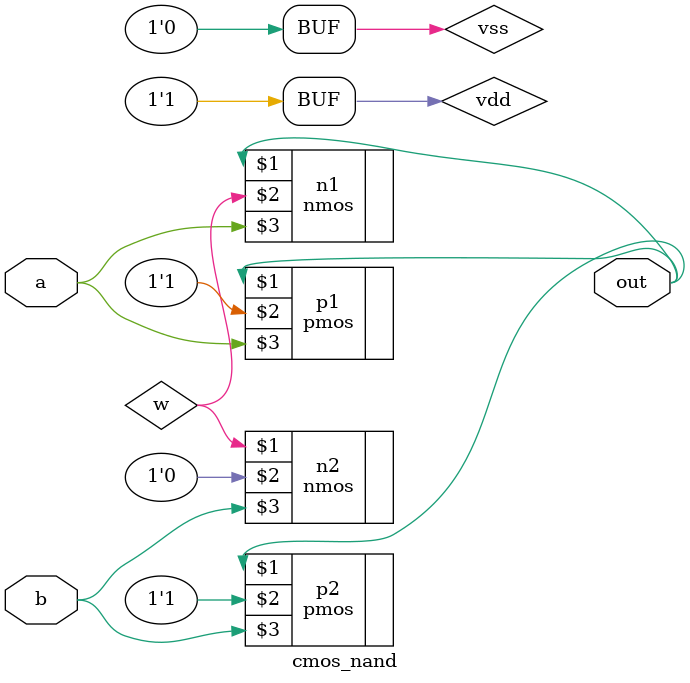
<source format=v>
module cmos_nand(input a, b, output out);
	supply1 vdd;
	supply0 vss;
	wire w;
	// NAND gate body
	pmos p1(out, vdd, a);
	pmos p2(out, vdd, b);
	nmos n1(out, w, a);
	nmos n2(w, vss, b);
endmodule

</source>
